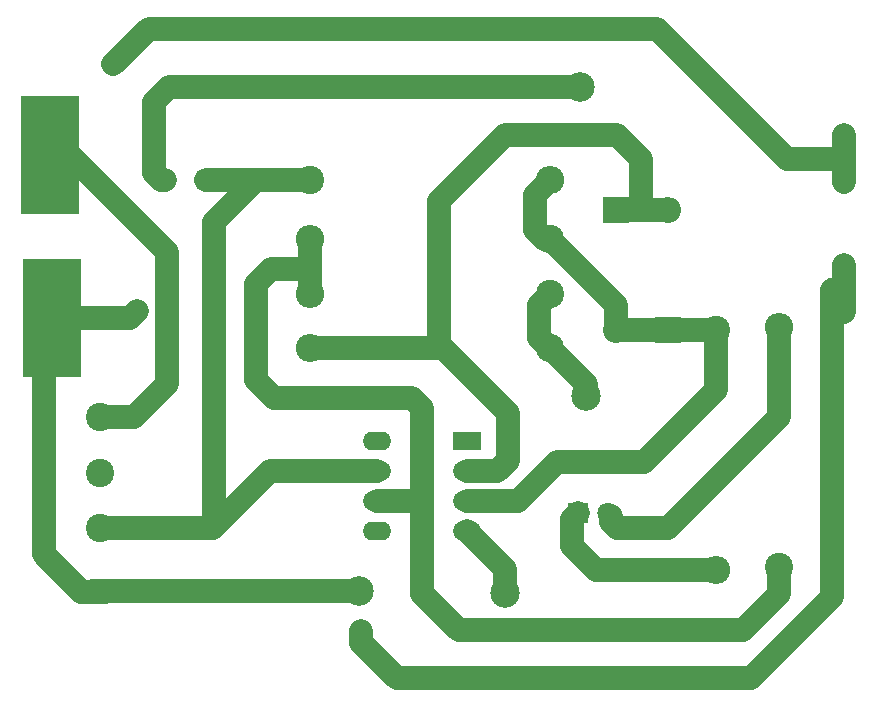
<source format=gbr>
%TF.GenerationSoftware,KiCad,Pcbnew,(6.0.9-0)*%
%TF.CreationDate,2023-01-30T19:32:23-05:00*%
%TF.ProjectId,LM741_Tester,4c4d3734-315f-4546-9573-7465722e6b69,rev?*%
%TF.SameCoordinates,Original*%
%TF.FileFunction,Copper,L1,Top*%
%TF.FilePolarity,Positive*%
%FSLAX46Y46*%
G04 Gerber Fmt 4.6, Leading zero omitted, Abs format (unit mm)*
G04 Created by KiCad (PCBNEW (6.0.9-0)) date 2023-01-30 19:32:23*
%MOMM*%
%LPD*%
G01*
G04 APERTURE LIST*
%TA.AperFunction,ComponentPad*%
%ADD10C,2.500000*%
%TD*%
%TA.AperFunction,SMDPad,CuDef*%
%ADD11R,5.000000X10.000000*%
%TD*%
%TA.AperFunction,ComponentPad*%
%ADD12C,2.400000*%
%TD*%
%TA.AperFunction,ComponentPad*%
%ADD13C,1.600000*%
%TD*%
%TA.AperFunction,ComponentPad*%
%ADD14R,1.600000X1.600000*%
%TD*%
%TA.AperFunction,ComponentPad*%
%ADD15R,1.700000X1.700000*%
%TD*%
%TA.AperFunction,ComponentPad*%
%ADD16O,1.700000X1.700000*%
%TD*%
%TA.AperFunction,ComponentPad*%
%ADD17R,1.800000X1.800000*%
%TD*%
%TA.AperFunction,ComponentPad*%
%ADD18C,1.800000*%
%TD*%
%TA.AperFunction,ComponentPad*%
%ADD19R,2.400000X1.600000*%
%TD*%
%TA.AperFunction,ComponentPad*%
%ADD20O,2.400000X1.600000*%
%TD*%
%TA.AperFunction,ComponentPad*%
%ADD21O,2.400000X2.400000*%
%TD*%
%TA.AperFunction,ComponentPad*%
%ADD22R,2.200000X2.200000*%
%TD*%
%TA.AperFunction,ComponentPad*%
%ADD23O,2.200000X2.200000*%
%TD*%
%TA.AperFunction,Conductor*%
%ADD24C,2.000000*%
%TD*%
G04 APERTURE END LIST*
D10*
%TO.P,REF2a,1*%
%TO.N,GND*%
X163830000Y-86614000D03*
%TD*%
D11*
%TO.P,REF3b,1*%
%TO.N,GND*%
X137795000Y-63500000D03*
%TD*%
D10*
%TO.P,REF1a,1*%
%TO.N,Net-(R2-Pad1)*%
X182499000Y-43942000D03*
%TD*%
%TO.P,REF1b,1*%
%TO.N,Net-(R2-Pad1)*%
X183007000Y-70104000D03*
%TD*%
D12*
%TO.P,SW3,1,1*%
%TO.N,unconnected-(SW3-Pad1)*%
X141859000Y-76582000D03*
%TD*%
%TO.P,SW1,1,1*%
%TO.N,Net-(SW1-Pad1)*%
X141859000Y-71882000D03*
%TD*%
D11*
%TO.P,REF3a,1*%
%TO.N,Net-(SW1-Pad1)*%
X137668000Y-49657000D03*
%TD*%
D12*
%TO.P,SW2,1,1*%
%TO.N,Net-(SW2-Pad1)*%
X141859000Y-81282000D03*
%TD*%
D10*
%TO.P,REF2b,1*%
%TO.N,GND*%
X176149000Y-86741000D03*
%TD*%
D13*
%TO.P,C1,2*%
%TO.N,Net-(R2-Pad1)*%
X147376000Y-51816000D03*
D14*
%TO.P,C1,1*%
%TO.N,Net-(SW2-Pad1)*%
X150876000Y-51816000D03*
%TD*%
D15*
%TO.P,BT1,1,+*%
%TO.N,Net-(SW1-Pad1)*%
X147579000Y-62865000D03*
D16*
%TO.P,BT1,2,-*%
%TO.N,GND*%
X145039000Y-62865000D03*
%TD*%
D17*
%TO.P,D3,1,K*%
%TO.N,Net-(R4-Pad2)*%
X182367000Y-80010000D03*
D18*
%TO.P,D3,2,A*%
%TO.N,Net-(R1-Pad2)*%
X184907000Y-80010000D03*
%TD*%
D19*
%TO.P,U1,1,NULL*%
%TO.N,unconnected-(U1-Pad1)*%
X172964000Y-73924000D03*
D20*
%TO.P,U1,2,-*%
%TO.N,Net-(R2-Pad2)*%
X172964000Y-76464000D03*
%TO.P,U1,3,+*%
%TO.N,Net-(R3-Pad2)*%
X172964000Y-79004000D03*
%TO.P,U1,4,V-*%
%TO.N,GND*%
X172964000Y-81544000D03*
%TO.P,U1,5,NULL*%
%TO.N,unconnected-(U1-Pad5)*%
X165344000Y-81544000D03*
%TO.P,U1,6*%
%TO.N,Net-(R1-Pad1)*%
X165344000Y-79004000D03*
%TO.P,U1,7,V+*%
%TO.N,Net-(SW2-Pad1)*%
X165344000Y-76464000D03*
%TO.P,U1,8,NC*%
%TO.N,unconnected-(U1-Pad8)*%
X165344000Y-73924000D03*
%TD*%
D12*
%TO.P,R6,1*%
%TO.N,Net-(R2-Pad1)*%
X179959000Y-61468000D03*
D21*
%TO.P,R6,2*%
%TO.N,Net-(R1-Pad1)*%
X159639000Y-61468000D03*
%TD*%
D12*
%TO.P,R4,1*%
%TO.N,Net-(R3-Pad2)*%
X194056000Y-64516000D03*
D21*
%TO.P,R4,2*%
%TO.N,Net-(R4-Pad2)*%
X194056000Y-84836000D03*
%TD*%
D22*
%TO.P,D1,1,K*%
%TO.N,Net-(R2-Pad2)*%
X185547000Y-54356000D03*
D23*
%TO.P,D1,2,A*%
%TO.N,Net-(R3-Pad2)*%
X185547000Y-64516000D03*
%TD*%
D12*
%TO.P,R3,1*%
%TO.N,Net-(SW2-Pad1)*%
X159639000Y-51816000D03*
D21*
%TO.P,R3,2*%
%TO.N,Net-(R3-Pad2)*%
X179959000Y-51816000D03*
%TD*%
D12*
%TO.P,R2,1*%
%TO.N,Net-(R2-Pad1)*%
X179959000Y-66040000D03*
D21*
%TO.P,R2,2*%
%TO.N,Net-(R2-Pad2)*%
X159639000Y-66040000D03*
%TD*%
D22*
%TO.P,D2,1,K*%
%TO.N,Net-(R3-Pad2)*%
X189992000Y-64516000D03*
D23*
%TO.P,D2,2,A*%
%TO.N,Net-(R2-Pad2)*%
X189992000Y-54356000D03*
%TD*%
D12*
%TO.P,R1,1*%
%TO.N,Net-(R1-Pad1)*%
X199390000Y-84582000D03*
D21*
%TO.P,R1,2*%
%TO.N,Net-(R1-Pad2)*%
X199390000Y-64262000D03*
%TD*%
D12*
%TO.P,R5,1*%
%TO.N,Net-(R3-Pad2)*%
X179959000Y-56769000D03*
D21*
%TO.P,R5,2*%
%TO.N,Net-(R1-Pad1)*%
X159639000Y-56769000D03*
%TD*%
D24*
%TO.N,*%
X204851000Y-61000000D02*
X204851000Y-63000000D01*
X204851000Y-61000000D02*
X204851000Y-59000000D01*
%TO.N,Net-(SW1-Pad1)*%
X204851000Y-48000000D02*
X204851000Y-52000000D01*
X204851000Y-50000000D02*
X204851000Y-48000000D01*
X143000000Y-42000000D02*
X146000000Y-39000000D01*
X146000000Y-39000000D02*
X189000000Y-39000000D01*
X189000000Y-39000000D02*
X200000000Y-50000000D01*
X200000000Y-50000000D02*
X204851000Y-50000000D01*
%TO.N,*%
X164000000Y-90000000D02*
X164000000Y-91000000D01*
X164000000Y-91000000D02*
X167000000Y-94000000D01*
X167000000Y-94000000D02*
X197000000Y-94000000D01*
X197000000Y-94000000D02*
X203851000Y-87149000D01*
X203851000Y-87149000D02*
X203851000Y-61149000D01*
X203851000Y-61149000D02*
X204000000Y-61000000D01*
X204000000Y-61000000D02*
X204851000Y-61000000D01*
%TO.N,Net-(SW1-Pad1)*%
X137668000Y-49657000D02*
X137668000Y-46332000D01*
%TO.N,Net-(SW2-Pad1)*%
X151402000Y-81282000D02*
X151511000Y-81173000D01*
X151511000Y-81173000D02*
X151511000Y-55372000D01*
X151511000Y-55372000D02*
X155067000Y-51816000D01*
%TO.N,Net-(SW1-Pad1)*%
X139446000Y-49784000D02*
X147579000Y-57917000D01*
X147579000Y-57917000D02*
X147579000Y-62865000D01*
%TO.N,Net-(R2-Pad1)*%
X179959000Y-61468000D02*
X179070000Y-62357000D01*
X179070000Y-62357000D02*
X179070000Y-65151000D01*
X179070000Y-65151000D02*
X179959000Y-66040000D01*
%TO.N,Net-(R3-Pad2)*%
X179959000Y-51816000D02*
X178689000Y-53086000D01*
X179451000Y-56769000D02*
X179959000Y-56769000D01*
X178689000Y-53086000D02*
X178689000Y-56007000D01*
X178689000Y-56007000D02*
X179451000Y-56769000D01*
%TO.N,Net-(R2-Pad2)*%
X174053500Y-69151500D02*
X170561000Y-65659000D01*
X176149000Y-48006000D02*
X185674000Y-48006000D01*
X187706000Y-50038000D02*
X187706000Y-54356000D01*
X170561000Y-53594000D02*
X176149000Y-48006000D01*
X170561000Y-65659000D02*
X170561000Y-53594000D01*
X185674000Y-48006000D02*
X187706000Y-50038000D01*
%TO.N,GND*%
X141224000Y-86614000D02*
X142367000Y-86614000D01*
X176149000Y-84729000D02*
X172964000Y-81544000D01*
X144404000Y-63500000D02*
X145039000Y-62865000D01*
X140271500Y-86677500D02*
X142303500Y-86677500D01*
X137096500Y-67627500D02*
X137096500Y-83502500D01*
X142303500Y-86677500D02*
X142367000Y-86614000D01*
X137795000Y-63500000D02*
X144404000Y-63500000D01*
X137096500Y-83502500D02*
X140271500Y-86677500D01*
X137795000Y-63500000D02*
X137795000Y-66167000D01*
X176149000Y-86741000D02*
X176149000Y-84729000D01*
X142367000Y-86614000D02*
X163830000Y-86614000D01*
%TO.N,Net-(R2-Pad1)*%
X183007000Y-70104000D02*
X183007000Y-69088000D01*
X183007000Y-69088000D02*
X179959000Y-66040000D01*
X147701000Y-43942000D02*
X146431000Y-45212000D01*
X147066000Y-51816000D02*
X147376000Y-51816000D01*
X182499000Y-43942000D02*
X147701000Y-43942000D01*
X146431000Y-51181000D02*
X147066000Y-51816000D01*
X146431000Y-45212000D02*
X146431000Y-51181000D01*
%TO.N,Net-(R2-Pad2)*%
X159639000Y-66040000D02*
X170942000Y-66040000D01*
X189992000Y-54356000D02*
X187706000Y-54356000D01*
X176403000Y-71501000D02*
X176403000Y-75565000D01*
X170942000Y-66040000D02*
X174053500Y-69151500D01*
X175504000Y-76464000D02*
X172964000Y-76464000D01*
X187706000Y-54356000D02*
X185547000Y-54356000D01*
X176403000Y-75565000D02*
X175504000Y-76464000D01*
X174053500Y-69151500D02*
X176403000Y-71501000D01*
%TO.N,Net-(R3-Pad2)*%
X185547000Y-64516000D02*
X189992000Y-64516000D01*
X185547000Y-62357000D02*
X185547000Y-64516000D01*
X194056000Y-69596000D02*
X187960000Y-75692000D01*
X194056000Y-64516000D02*
X189992000Y-64516000D01*
X181102000Y-57912000D02*
X185547000Y-62357000D01*
X194056000Y-64516000D02*
X194056000Y-69596000D01*
X180594000Y-75692000D02*
X177282000Y-79004000D01*
X177282000Y-79004000D02*
X172964000Y-79004000D01*
X187960000Y-75692000D02*
X180594000Y-75692000D01*
X179959000Y-56769000D02*
X181102000Y-57912000D01*
%TO.N,Net-(R4-Pad2)*%
X183896000Y-84836000D02*
X181864000Y-82804000D01*
X181864000Y-82804000D02*
X181864000Y-80513000D01*
X181864000Y-80513000D02*
X182367000Y-80010000D01*
X194056000Y-84836000D02*
X183896000Y-84836000D01*
%TO.N,Net-(R1-Pad2)*%
X199390000Y-64262000D02*
X199390000Y-71882000D01*
X185674000Y-81280000D02*
X185166000Y-80772000D01*
X199390000Y-71882000D02*
X189992000Y-81280000D01*
X185166000Y-80772000D02*
X185166000Y-80259000D01*
X189992000Y-81280000D02*
X185674000Y-81280000D01*
%TO.N,Net-(R1-Pad1)*%
X169164000Y-79121000D02*
X169164000Y-86868000D01*
X155067000Y-68707000D02*
X156591000Y-70231000D01*
X155067000Y-60579000D02*
X155067000Y-68707000D01*
X159639000Y-56769000D02*
X159639000Y-59309000D01*
X169164000Y-86868000D02*
X172228000Y-89932000D01*
X159639000Y-59309000D02*
X159639000Y-61468000D01*
X199390000Y-86868000D02*
X199390000Y-84582000D01*
X169047000Y-79004000D02*
X169164000Y-79121000D01*
X156591000Y-70231000D02*
X168275000Y-70231000D01*
X196326000Y-89932000D02*
X199390000Y-86868000D01*
X169164000Y-71120000D02*
X169164000Y-79121000D01*
X168275000Y-70231000D02*
X169164000Y-71120000D01*
X172228000Y-89932000D02*
X196326000Y-89932000D01*
X156337000Y-59309000D02*
X155067000Y-60579000D01*
X159639000Y-59309000D02*
X156337000Y-59309000D01*
X165344000Y-79004000D02*
X169047000Y-79004000D01*
%TO.N,Net-(SW1-Pad1)*%
X147579000Y-69083000D02*
X147579000Y-62865000D01*
X141859000Y-71882000D02*
X144780000Y-71882000D01*
X144780000Y-71882000D02*
X147579000Y-69083000D01*
%TO.N,Net-(SW2-Pad1)*%
X151402000Y-81282000D02*
X156220000Y-76464000D01*
X154305000Y-51816000D02*
X155067000Y-51816000D01*
X155067000Y-51816000D02*
X159639000Y-51816000D01*
X150876000Y-51816000D02*
X155067000Y-51816000D01*
X156220000Y-76464000D02*
X165344000Y-76464000D01*
X150259000Y-81282000D02*
X151402000Y-81282000D01*
X141859000Y-81282000D02*
X150259000Y-81282000D01*
%TD*%
M02*

</source>
